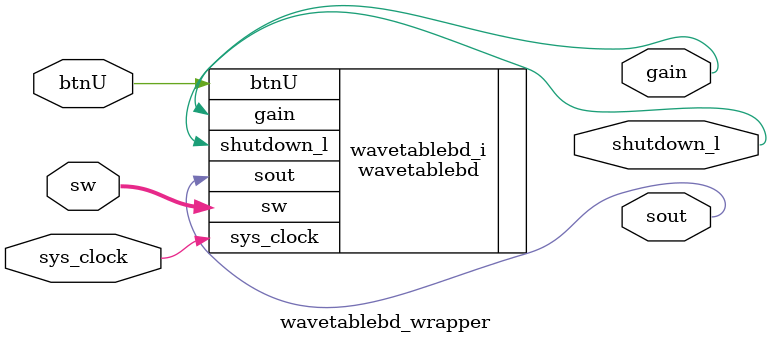
<source format=v>
`timescale 1 ps / 1 ps

module wavetablebd_wrapper
   (btnU,
    gain,
    shutdown_l,
    sout,
    sw,
    sys_clock);
  input btnU;
  output [0:0]gain;
  output [0:0]shutdown_l;
  output sout;
  input [15:0]sw;
  input sys_clock;

  wire btnU;
  wire [0:0]gain;
  wire [0:0]shutdown_l;
  wire sout;
  wire [15:0]sw;
  wire sys_clock;

  wavetablebd wavetablebd_i
       (.btnU(btnU),
        .gain(gain),
        .shutdown_l(shutdown_l),
        .sout(sout),
        .sw(sw),
        .sys_clock(sys_clock));
endmodule

</source>
